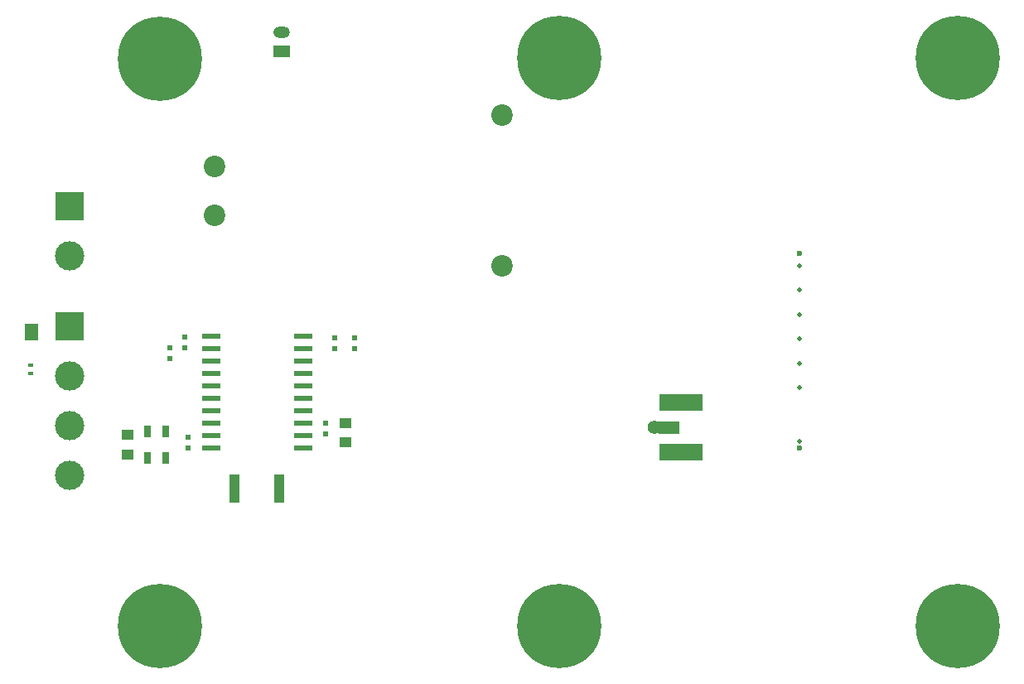
<source format=gbr>
G04 #@! TF.GenerationSoftware,KiCad,Pcbnew,(5.0.0)*
G04 #@! TF.CreationDate,2019-03-03T03:18:43+05:30*
G04 #@! TF.ProjectId,LoRa_Modbus,4C6F52615F4D6F646275732E6B696361,rev?*
G04 #@! TF.SameCoordinates,Original*
G04 #@! TF.FileFunction,Soldermask,Bot*
G04 #@! TF.FilePolarity,Negative*
%FSLAX46Y46*%
G04 Gerber Fmt 4.6, Leading zero omitted, Abs format (unit mm)*
G04 Created by KiCad (PCBNEW (5.0.0)) date 03/03/19 03:18:43*
%MOMM*%
%LPD*%
G01*
G04 APERTURE LIST*
%ADD10R,1.473200X0.838200*%
%ADD11R,3.000000X3.000000*%
%ADD12C,3.000000*%
%ADD13R,0.600000X0.400000*%
%ADD14R,1.250000X1.000000*%
%ADD15C,0.500000*%
%ADD16C,0.600000*%
%ADD17R,0.500000X0.600000*%
%ADD18R,1.000000X3.000000*%
%ADD19O,1.700000X1.200000*%
%ADD20R,1.700000X1.200000*%
%ADD21R,4.470400X1.676400*%
%ADD22C,0.100000*%
%ADD23C,1.295400*%
%ADD24C,1.422400*%
%ADD25R,0.700000X1.300000*%
%ADD26C,0.900000*%
%ADD27C,8.600000*%
%ADD28C,2.200000*%
%ADD29R,1.950000X0.600000*%
G04 APERTURE END LIST*
D10*
G04 #@! TO.C,JP2*
X69037200Y-111236760D03*
X69037200Y-112049560D03*
G04 #@! TD*
D11*
G04 #@! TO.C,J1*
X72910700Y-98742500D03*
D12*
X72910700Y-103822500D03*
G04 #@! TD*
D13*
G04 #@! TO.C,R18*
X68940680Y-115008240D03*
X68940680Y-115908240D03*
G04 #@! TD*
D12*
G04 #@! TO.C,J4*
X72910700Y-126288800D03*
D11*
X72910700Y-111048800D03*
D12*
X72910700Y-121208800D03*
X72910700Y-116128800D03*
G04 #@! TD*
D14*
G04 #@! TO.C,C22*
X78867000Y-122174000D03*
X78867000Y-124174000D03*
G04 #@! TD*
D15*
G04 #@! TO.C,AE1*
X147507440Y-122850040D03*
X147507440Y-117350040D03*
X147507440Y-114850040D03*
X147507440Y-112350040D03*
X147507440Y-109850040D03*
X147507440Y-107350040D03*
X147507440Y-104850040D03*
D16*
X147474940Y-103634540D03*
X147474940Y-123510040D03*
G04 #@! TD*
D17*
G04 #@! TO.C,C14*
X100012500Y-112247500D03*
X100012500Y-113347500D03*
G04 #@! TD*
G04 #@! TO.C,C15*
X102044500Y-113347500D03*
X102044500Y-112247500D03*
G04 #@! TD*
G04 #@! TO.C,C16*
X99110800Y-122029400D03*
X99110800Y-120929400D03*
G04 #@! TD*
D14*
G04 #@! TO.C,C17*
X101091000Y-122929400D03*
X101091000Y-120929400D03*
G04 #@! TD*
D18*
G04 #@! TO.C,C18*
X94375000Y-127660400D03*
X89775000Y-127660400D03*
G04 #@! TD*
D17*
G04 #@! TO.C,C19*
X83159600Y-114358600D03*
X83159600Y-113258600D03*
G04 #@! TD*
G04 #@! TO.C,C20*
X84696300Y-112166400D03*
X84696300Y-113266400D03*
G04 #@! TD*
G04 #@! TO.C,C21*
X85013800Y-122364500D03*
X85013800Y-123464500D03*
G04 #@! TD*
D19*
G04 #@! TO.C,J2*
X94625160Y-80965720D03*
D20*
X94625160Y-82965720D03*
G04 #@! TD*
D21*
G04 #@! TO.C,J$1*
X135417290Y-123967240D03*
X135417290Y-118887240D03*
D22*
G36*
X135211819Y-120779852D02*
X135218106Y-120780785D01*
X135224272Y-120782329D01*
X135230256Y-120784470D01*
X135236002Y-120787188D01*
X135241454Y-120790456D01*
X135246560Y-120794242D01*
X135251269Y-120798511D01*
X135255538Y-120803220D01*
X135259324Y-120808326D01*
X135262592Y-120813778D01*
X135265310Y-120819524D01*
X135267451Y-120825508D01*
X135268995Y-120831674D01*
X135269928Y-120837961D01*
X135270240Y-120844310D01*
X135270240Y-122010170D01*
X135269928Y-122016519D01*
X135268995Y-122022806D01*
X135267451Y-122028972D01*
X135265310Y-122034956D01*
X135262592Y-122040702D01*
X135259324Y-122046154D01*
X135255538Y-122051260D01*
X135251269Y-122055969D01*
X135246560Y-122060238D01*
X135241454Y-122064024D01*
X135236002Y-122067292D01*
X135230256Y-122070010D01*
X135224272Y-122072151D01*
X135218106Y-122073695D01*
X135211819Y-122074628D01*
X135205470Y-122074940D01*
X133150610Y-122074940D01*
X133144261Y-122074628D01*
X133137974Y-122073695D01*
X133131808Y-122072151D01*
X133125824Y-122070010D01*
X133120078Y-122067292D01*
X133114626Y-122064024D01*
X133109520Y-122060238D01*
X133104811Y-122055969D01*
X133100542Y-122051260D01*
X133096756Y-122046154D01*
X133093488Y-122040702D01*
X133090770Y-122034956D01*
X133088629Y-122028972D01*
X133087085Y-122022806D01*
X133086152Y-122016519D01*
X133085840Y-122010170D01*
X133085840Y-120844310D01*
X133086152Y-120837961D01*
X133087085Y-120831674D01*
X133088629Y-120825508D01*
X133090770Y-120819524D01*
X133093488Y-120813778D01*
X133096756Y-120808326D01*
X133100542Y-120803220D01*
X133104811Y-120798511D01*
X133109520Y-120794242D01*
X133114626Y-120790456D01*
X133120078Y-120787188D01*
X133125824Y-120784470D01*
X133131808Y-120782329D01*
X133137974Y-120780785D01*
X133144261Y-120779852D01*
X133150610Y-120779540D01*
X135205470Y-120779540D01*
X135211819Y-120779852D01*
X135211819Y-120779852D01*
G37*
D23*
X134178040Y-121427240D03*
D24*
X132686790Y-121427240D03*
G04 #@! TD*
D25*
G04 #@! TO.C,L2*
X82763400Y-121793000D03*
X80863400Y-121793000D03*
G04 #@! TD*
G04 #@! TO.C,L3*
X80863400Y-124523500D03*
X82763400Y-124523500D03*
G04 #@! TD*
D26*
G04 #@! TO.C,MH1*
X84462119Y-81399881D03*
X82181700Y-80455300D03*
X79901281Y-81399881D03*
X78956700Y-83680300D03*
X79901281Y-85960719D03*
X82181700Y-86905300D03*
X84462119Y-85960719D03*
X85406700Y-83680300D03*
D27*
X82181700Y-83680300D03*
G04 #@! TD*
D26*
G04 #@! TO.C,MH2*
X84462119Y-139388081D03*
X82181700Y-138443500D03*
X79901281Y-139388081D03*
X78956700Y-141668500D03*
X79901281Y-143948919D03*
X82181700Y-144893500D03*
X84462119Y-143948919D03*
X85406700Y-141668500D03*
D27*
X82181700Y-141668500D03*
G04 #@! TD*
D26*
G04 #@! TO.C,MH3*
X125254519Y-81387181D03*
X122974100Y-80442600D03*
X120693681Y-81387181D03*
X119749100Y-83667600D03*
X120693681Y-85948019D03*
X122974100Y-86892600D03*
X125254519Y-85948019D03*
X126199100Y-83667600D03*
D27*
X122974100Y-83667600D03*
G04 #@! TD*
G04 #@! TO.C,MH4*
X122948700Y-141668500D03*
D26*
X126173700Y-141668500D03*
X125229119Y-143948919D03*
X122948700Y-144893500D03*
X120668281Y-143948919D03*
X119723700Y-141668500D03*
X120668281Y-139388081D03*
X122948700Y-138443500D03*
X125229119Y-139388081D03*
G04 #@! TD*
G04 #@! TO.C,MH5*
X165945319Y-81387181D03*
X163664900Y-80442600D03*
X161384481Y-81387181D03*
X160439900Y-83667600D03*
X161384481Y-85948019D03*
X163664900Y-86892600D03*
X165945319Y-85948019D03*
X166889900Y-83667600D03*
D27*
X163664900Y-83667600D03*
G04 #@! TD*
G04 #@! TO.C,MH6*
X163677600Y-141668500D03*
D26*
X166902600Y-141668500D03*
X165958019Y-143948919D03*
X163677600Y-144893500D03*
X161397181Y-143948919D03*
X160452600Y-141668500D03*
X161397181Y-139388081D03*
X163677600Y-138443500D03*
X165958019Y-139388081D03*
G04 #@! TD*
D28*
G04 #@! TO.C,U2*
X117138200Y-104905800D03*
X117138200Y-89505800D03*
X87738200Y-99705800D03*
X87738200Y-94705800D03*
G04 #@! TD*
D29*
G04 #@! TO.C,U5*
X87375000Y-112052100D03*
X87375000Y-113322100D03*
X87375000Y-114592100D03*
X87375000Y-115862100D03*
X87375000Y-117132100D03*
X87375000Y-118402100D03*
X87375000Y-119672100D03*
X87375000Y-120942100D03*
X87375000Y-122212100D03*
X87375000Y-123482100D03*
X96775000Y-123482100D03*
X96775000Y-122212100D03*
X96775000Y-120942100D03*
X96775000Y-119672100D03*
X96775000Y-118402100D03*
X96775000Y-117132100D03*
X96775000Y-115862100D03*
X96775000Y-114592100D03*
X96775000Y-113322100D03*
X96775000Y-112052100D03*
G04 #@! TD*
M02*

</source>
